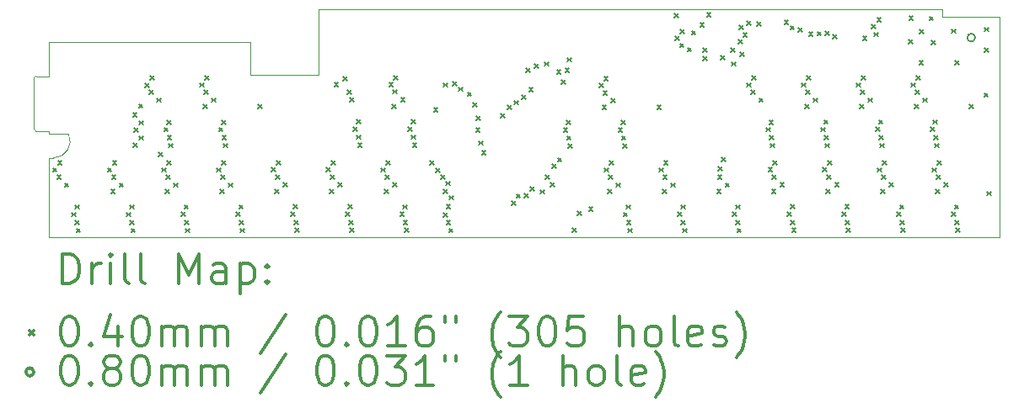
<source format=gbr>
%FSLAX45Y45*%
G04 Gerber Fmt 4.5, Leading zero omitted, Abs format (unit mm)*
G04 Created by KiCad (PCBNEW 5.1.4-e60b266~84~ubuntu16.04.1) date 2019-10-21 03:29:50*
%MOMM*%
%LPD*%
G04 APERTURE LIST*
%ADD10C,0.010000*%
%ADD11C,0.200000*%
%ADD12C,0.300000*%
G04 APERTURE END LIST*
D10*
X16239744Y-9862820D02*
X16239744Y-9784588D01*
X15860776Y-9784588D02*
X16239744Y-9784588D01*
X13510006Y-9784588D02*
X15860716Y-9784588D01*
X16814292Y-9862836D02*
X16239744Y-9862836D01*
X7262876Y-10117836D02*
X9284551Y-10117836D01*
X7262876Y-11041380D02*
X7262876Y-11010742D01*
X7461511Y-11040364D02*
X7262876Y-11041380D01*
X7308850Y-11280140D02*
X7262876Y-11280394D01*
X7461593Y-11040437D02*
G75*
G02X7308850Y-11280140I-153759J-70539D01*
G01*
X9284551Y-10117836D02*
X9284551Y-10440670D01*
X9973148Y-10440924D02*
X9284462Y-10440670D01*
X16814292Y-12077954D02*
X16814292Y-9862836D01*
X11681460Y-12077954D02*
X16814292Y-12077954D01*
X7262876Y-10440924D02*
X7262876Y-10117836D01*
X7132548Y-10460365D02*
G75*
G03X7112508Y-10480405I0J-20040D01*
G01*
X7112574Y-10989637D02*
G75*
G03X7131558Y-11010653I20000J-1016D01*
G01*
X7262876Y-10440924D02*
X7262876Y-10460482D01*
X9973148Y-9784588D02*
X9973148Y-10440924D01*
X13510168Y-9784588D02*
X9973148Y-9784588D01*
X7262876Y-12077954D02*
X11681460Y-12077954D01*
X7262876Y-11280394D02*
X7262876Y-12077954D01*
X7131558Y-11010742D02*
X7262876Y-11010742D01*
X7112508Y-10480294D02*
X7112508Y-10989564D01*
X7262876Y-10460468D02*
X7132574Y-10460228D01*
D11*
X7302820Y-11382314D02*
X7342820Y-11422314D01*
X7342820Y-11382314D02*
X7302820Y-11422314D01*
X7344476Y-11455212D02*
X7384476Y-11495212D01*
X7384476Y-11455212D02*
X7344476Y-11495212D01*
X7352716Y-11311844D02*
X7392716Y-11351844D01*
X7392716Y-11311844D02*
X7352716Y-11351844D01*
X7421692Y-11534206D02*
X7461692Y-11574206D01*
X7461692Y-11534206D02*
X7421692Y-11574206D01*
X7494844Y-11829862D02*
X7534844Y-11869862D01*
X7534844Y-11829862D02*
X7494844Y-11869862D01*
X7525324Y-11754932D02*
X7565324Y-11794932D01*
X7565324Y-11754932D02*
X7525324Y-11794932D01*
X7528681Y-11910435D02*
X7568681Y-11950435D01*
X7568681Y-11910435D02*
X7528681Y-11950435D01*
X7539802Y-11991406D02*
X7579802Y-12031406D01*
X7579802Y-11991406D02*
X7539802Y-12031406D01*
X7852476Y-11382060D02*
X7892476Y-11422060D01*
X7892476Y-11382060D02*
X7852476Y-11422060D01*
X7885750Y-11599484D02*
X7925750Y-11639484D01*
X7925750Y-11599484D02*
X7885750Y-11639484D01*
X7894132Y-11454958D02*
X7934132Y-11494958D01*
X7934132Y-11454958D02*
X7894132Y-11494958D01*
X7902372Y-11311590D02*
X7942372Y-11351590D01*
X7942372Y-11311590D02*
X7902372Y-11351590D01*
X7971348Y-11533952D02*
X8011348Y-11573952D01*
X8011348Y-11533952D02*
X7971348Y-11573952D01*
X8044500Y-11829608D02*
X8084500Y-11869608D01*
X8084500Y-11829608D02*
X8044500Y-11869608D01*
X8074980Y-11754678D02*
X8114980Y-11794678D01*
X8114980Y-11754678D02*
X8074980Y-11794678D01*
X8078337Y-11910181D02*
X8118337Y-11950181D01*
X8118337Y-11910181D02*
X8078337Y-11950181D01*
X8089458Y-11991152D02*
X8129458Y-12031152D01*
X8129458Y-11991152D02*
X8089458Y-12031152D01*
X8105714Y-10827324D02*
X8145714Y-10867324D01*
X8145714Y-10827324D02*
X8105714Y-10867324D01*
X8113334Y-11134410D02*
X8153334Y-11174410D01*
X8153334Y-11134410D02*
X8113334Y-11174410D01*
X8121970Y-10979470D02*
X8161970Y-11019470D01*
X8161970Y-10979470D02*
X8121970Y-11019470D01*
X8166674Y-10737916D02*
X8206674Y-10777916D01*
X8206674Y-10737916D02*
X8166674Y-10777916D01*
X8168706Y-10906572D02*
X8208706Y-10946572D01*
X8208706Y-10906572D02*
X8168706Y-10946572D01*
X8168706Y-11060750D02*
X8208706Y-11100750D01*
X8208706Y-11060750D02*
X8168706Y-11100750D01*
X8228650Y-10527604D02*
X8268650Y-10567604D01*
X8268650Y-10527604D02*
X8228650Y-10567604D01*
X8270306Y-10600502D02*
X8310306Y-10640502D01*
X8310306Y-10600502D02*
X8270306Y-10640502D01*
X8278546Y-10457134D02*
X8318546Y-10497134D01*
X8318546Y-10457134D02*
X8278546Y-10497134D01*
X8347522Y-10679496D02*
X8387522Y-10719496D01*
X8387522Y-10679496D02*
X8347522Y-10719496D01*
X8367588Y-11226612D02*
X8407588Y-11266612D01*
X8407588Y-11226612D02*
X8367588Y-11266612D01*
X8401370Y-11381298D02*
X8441370Y-11421298D01*
X8441370Y-11381298D02*
X8401370Y-11421298D01*
X8420674Y-10975152D02*
X8460674Y-11015152D01*
X8460674Y-10975152D02*
X8420674Y-11015152D01*
X8435406Y-11599230D02*
X8475406Y-11639230D01*
X8475406Y-11599230D02*
X8435406Y-11639230D01*
X8443026Y-11454196D02*
X8483026Y-11494196D01*
X8483026Y-11454196D02*
X8443026Y-11494196D01*
X8451154Y-10900222D02*
X8491154Y-10940222D01*
X8491154Y-10900222D02*
X8451154Y-10940222D01*
X8451266Y-11310828D02*
X8491266Y-11350828D01*
X8491266Y-11310828D02*
X8451266Y-11350828D01*
X8454511Y-11055725D02*
X8494511Y-11095725D01*
X8494511Y-11055725D02*
X8454511Y-11095725D01*
X8465632Y-11136696D02*
X8505632Y-11176696D01*
X8505632Y-11136696D02*
X8465632Y-11176696D01*
X8520242Y-11533190D02*
X8560242Y-11573190D01*
X8560242Y-11533190D02*
X8520242Y-11573190D01*
X8593394Y-11828846D02*
X8633394Y-11868846D01*
X8633394Y-11828846D02*
X8593394Y-11868846D01*
X8623874Y-11753916D02*
X8663874Y-11793916D01*
X8663874Y-11753916D02*
X8623874Y-11793916D01*
X8627231Y-11909419D02*
X8667231Y-11949419D01*
X8667231Y-11909419D02*
X8627231Y-11949419D01*
X8638352Y-11990390D02*
X8678352Y-12030390D01*
X8678352Y-11990390D02*
X8638352Y-12030390D01*
X8778306Y-10527350D02*
X8818306Y-10567350D01*
X8818306Y-10527350D02*
X8778306Y-10567350D01*
X8811580Y-10744774D02*
X8851580Y-10784774D01*
X8851580Y-10744774D02*
X8811580Y-10784774D01*
X8819962Y-10600248D02*
X8859962Y-10640248D01*
X8859962Y-10600248D02*
X8819962Y-10640248D01*
X8828202Y-10456880D02*
X8868202Y-10496880D01*
X8868202Y-10456880D02*
X8828202Y-10496880D01*
X8897178Y-10679242D02*
X8937178Y-10719242D01*
X8937178Y-10679242D02*
X8897178Y-10719242D01*
X8951026Y-11381044D02*
X8991026Y-11421044D01*
X8991026Y-11381044D02*
X8951026Y-11421044D01*
X8970330Y-10974898D02*
X9010330Y-11014898D01*
X9010330Y-10974898D02*
X8970330Y-11014898D01*
X8984300Y-11598468D02*
X9024300Y-11638468D01*
X9024300Y-11598468D02*
X8984300Y-11638468D01*
X8992682Y-11453942D02*
X9032682Y-11493942D01*
X9032682Y-11453942D02*
X8992682Y-11493942D01*
X9000810Y-10899968D02*
X9040810Y-10939968D01*
X9040810Y-10899968D02*
X9000810Y-10939968D01*
X9000922Y-11310574D02*
X9040922Y-11350574D01*
X9040922Y-11310574D02*
X9000922Y-11350574D01*
X9004167Y-11055471D02*
X9044167Y-11095471D01*
X9044167Y-11055471D02*
X9004167Y-11095471D01*
X9015288Y-11136442D02*
X9055288Y-11176442D01*
X9055288Y-11136442D02*
X9015288Y-11176442D01*
X9069898Y-11532936D02*
X9109898Y-11572936D01*
X9109898Y-11532936D02*
X9069898Y-11572936D01*
X9143050Y-11828592D02*
X9183050Y-11868592D01*
X9183050Y-11828592D02*
X9143050Y-11868592D01*
X9173530Y-11753662D02*
X9213530Y-11793662D01*
X9213530Y-11753662D02*
X9173530Y-11793662D01*
X9176887Y-11909165D02*
X9216887Y-11949165D01*
X9216887Y-11909165D02*
X9176887Y-11949165D01*
X9188008Y-11990136D02*
X9228008Y-12030136D01*
X9228008Y-11990136D02*
X9188008Y-12030136D01*
X9361236Y-10744520D02*
X9401236Y-10784520D01*
X9401236Y-10744520D02*
X9361236Y-10784520D01*
X9499920Y-11380028D02*
X9539920Y-11420028D01*
X9539920Y-11380028D02*
X9499920Y-11420028D01*
X9533956Y-11598214D02*
X9573956Y-11638214D01*
X9573956Y-11598214D02*
X9533956Y-11638214D01*
X9541576Y-11452926D02*
X9581576Y-11492926D01*
X9581576Y-11452926D02*
X9541576Y-11492926D01*
X9549816Y-11309558D02*
X9589816Y-11349558D01*
X9589816Y-11309558D02*
X9549816Y-11349558D01*
X9618792Y-11531920D02*
X9658792Y-11571920D01*
X9658792Y-11531920D02*
X9618792Y-11571920D01*
X9691944Y-11827576D02*
X9731944Y-11867576D01*
X9731944Y-11827576D02*
X9691944Y-11867576D01*
X9722424Y-11752646D02*
X9762424Y-11792646D01*
X9762424Y-11752646D02*
X9722424Y-11792646D01*
X9725781Y-11908149D02*
X9765781Y-11948149D01*
X9765781Y-11908149D02*
X9725781Y-11948149D01*
X9736902Y-11989120D02*
X9776902Y-12029120D01*
X9776902Y-11989120D02*
X9736902Y-12029120D01*
X10049576Y-11379774D02*
X10089576Y-11419774D01*
X10089576Y-11379774D02*
X10049576Y-11419774D01*
X10082850Y-11597198D02*
X10122850Y-11637198D01*
X10122850Y-11597198D02*
X10082850Y-11637198D01*
X10091232Y-11452672D02*
X10131232Y-11492672D01*
X10131232Y-11452672D02*
X10091232Y-11492672D01*
X10099472Y-11309304D02*
X10139472Y-11349304D01*
X10139472Y-11309304D02*
X10099472Y-11349304D01*
X10129840Y-10522270D02*
X10169840Y-10562270D01*
X10169840Y-10522270D02*
X10129840Y-10562270D01*
X10168448Y-11531666D02*
X10208448Y-11571666D01*
X10208448Y-11531666D02*
X10168448Y-11571666D01*
X10216200Y-10460040D02*
X10256200Y-10500040D01*
X10256200Y-10460040D02*
X10216200Y-10500040D01*
X10241600Y-11827322D02*
X10281600Y-11867322D01*
X10281600Y-11827322D02*
X10241600Y-11867322D01*
X10260142Y-10595930D02*
X10300142Y-10635930D01*
X10300142Y-10595930D02*
X10260142Y-10635930D01*
X10272080Y-11752392D02*
X10312080Y-11792392D01*
X10312080Y-11752392D02*
X10272080Y-11792392D01*
X10275437Y-11907895D02*
X10315437Y-11947895D01*
X10315437Y-11907895D02*
X10275437Y-11947895D01*
X10286558Y-11988866D02*
X10326558Y-12028866D01*
X10326558Y-11988866D02*
X10286558Y-12028866D01*
X10289860Y-10672892D02*
X10329860Y-10712892D01*
X10329860Y-10672892D02*
X10289860Y-10712892D01*
X10321864Y-10969818D02*
X10361864Y-11009818D01*
X10361864Y-10969818D02*
X10321864Y-11009818D01*
X10352344Y-10894888D02*
X10392344Y-10934888D01*
X10392344Y-10894888D02*
X10352344Y-10934888D01*
X10355701Y-11050391D02*
X10395701Y-11090391D01*
X10395701Y-11050391D02*
X10355701Y-11090391D01*
X10366822Y-11131362D02*
X10406822Y-11171362D01*
X10406822Y-11131362D02*
X10366822Y-11171362D01*
X10599486Y-11380536D02*
X10639486Y-11420536D01*
X10639486Y-11380536D02*
X10599486Y-11420536D01*
X10632506Y-11596944D02*
X10672506Y-11636944D01*
X10672506Y-11596944D02*
X10632506Y-11636944D01*
X10641142Y-11453434D02*
X10681142Y-11493434D01*
X10681142Y-11453434D02*
X10641142Y-11493434D01*
X10649382Y-11310066D02*
X10689382Y-11350066D01*
X10689382Y-11310066D02*
X10649382Y-11350066D01*
X10679496Y-10522016D02*
X10719496Y-10562016D01*
X10719496Y-10522016D02*
X10679496Y-10562016D01*
X10712770Y-10739440D02*
X10752770Y-10779440D01*
X10752770Y-10739440D02*
X10712770Y-10779440D01*
X10718358Y-11532428D02*
X10758358Y-11572428D01*
X10758358Y-11532428D02*
X10718358Y-11572428D01*
X10721152Y-10594914D02*
X10761152Y-10634914D01*
X10761152Y-10594914D02*
X10721152Y-10634914D01*
X10729392Y-10451546D02*
X10769392Y-10491546D01*
X10769392Y-10451546D02*
X10729392Y-10491546D01*
X10791510Y-11828084D02*
X10831510Y-11868084D01*
X10831510Y-11828084D02*
X10791510Y-11868084D01*
X10798368Y-10673908D02*
X10838368Y-10713908D01*
X10838368Y-10673908D02*
X10798368Y-10713908D01*
X10821990Y-11753154D02*
X10861990Y-11793154D01*
X10861990Y-11753154D02*
X10821990Y-11793154D01*
X10825347Y-11908657D02*
X10865347Y-11948657D01*
X10865347Y-11908657D02*
X10825347Y-11948657D01*
X10836468Y-11989628D02*
X10876468Y-12029628D01*
X10876468Y-11989628D02*
X10836468Y-12029628D01*
X10871520Y-10969564D02*
X10911520Y-11009564D01*
X10911520Y-10969564D02*
X10871520Y-11009564D01*
X10902000Y-10894634D02*
X10942000Y-10934634D01*
X10942000Y-10894634D02*
X10902000Y-10934634D01*
X10905357Y-11050137D02*
X10945357Y-11090137D01*
X10945357Y-11050137D02*
X10905357Y-11090137D01*
X10916478Y-11131108D02*
X10956478Y-11171108D01*
X10956478Y-11131108D02*
X10916478Y-11171108D01*
X11089452Y-11311956D02*
X11129452Y-11351956D01*
X11129452Y-11311956D02*
X11089452Y-11351956D01*
X11129838Y-10778810D02*
X11169838Y-10818810D01*
X11169838Y-10778810D02*
X11129838Y-10818810D01*
X11150412Y-11384346D02*
X11190412Y-11424346D01*
X11190412Y-11384346D02*
X11150412Y-11424346D01*
X11199180Y-11452926D02*
X11239180Y-11492926D01*
X11239180Y-11452926D02*
X11199180Y-11492926D01*
X11225342Y-11831386D02*
X11265342Y-11871386D01*
X11265342Y-11831386D02*
X11225342Y-11871386D01*
X11227628Y-10526842D02*
X11267628Y-10566842D01*
X11267628Y-10526842D02*
X11227628Y-10566842D01*
X11228898Y-11599738D02*
X11268898Y-11639738D01*
X11268898Y-11599738D02*
X11228898Y-11639738D01*
X11249726Y-11517696D02*
X11289726Y-11557696D01*
X11289726Y-11517696D02*
X11249726Y-11557696D01*
X11255568Y-11909618D02*
X11295568Y-11949618D01*
X11295568Y-11909618D02*
X11255568Y-11949618D01*
X11256330Y-11751376D02*
X11296330Y-11791376D01*
X11296330Y-11751376D02*
X11256330Y-11791376D01*
X11280968Y-11990136D02*
X11320968Y-12030136D01*
X11320968Y-11990136D02*
X11280968Y-12030136D01*
X11284778Y-11660952D02*
X11324778Y-11700952D01*
X11324778Y-11660952D02*
X11284778Y-11700952D01*
X11317290Y-10511856D02*
X11357290Y-10551856D01*
X11357290Y-10511856D02*
X11317290Y-10551856D01*
X11377488Y-10569514D02*
X11417488Y-10609514D01*
X11417488Y-10569514D02*
X11377488Y-10609514D01*
X11467658Y-10618790D02*
X11507658Y-10658790D01*
X11507658Y-10618790D02*
X11467658Y-10658790D01*
X11520236Y-10722422D02*
X11560236Y-10762422D01*
X11560236Y-10722422D02*
X11520236Y-10762422D01*
X11553510Y-10976422D02*
X11593510Y-11016422D01*
X11593510Y-10976422D02*
X11553510Y-11016422D01*
X11558336Y-10860344D02*
X11598336Y-10900344D01*
X11598336Y-10860344D02*
X11558336Y-10900344D01*
X11580688Y-11111042D02*
X11620688Y-11151042D01*
X11620688Y-11111042D02*
X11580688Y-11151042D01*
X11612946Y-11210356D02*
X11652946Y-11250356D01*
X11652946Y-11210356D02*
X11612946Y-11250356D01*
X11801160Y-10834182D02*
X11841160Y-10874182D01*
X11841160Y-10834182D02*
X11801160Y-10874182D01*
X11869994Y-10752902D02*
X11909994Y-10792902D01*
X11909994Y-10752902D02*
X11869994Y-10792902D01*
X11909872Y-11716324D02*
X11949872Y-11756324D01*
X11949872Y-11716324D02*
X11909872Y-11756324D01*
X11937558Y-10704134D02*
X11977558Y-10744134D01*
X11977558Y-10704134D02*
X11937558Y-10744134D01*
X11958132Y-11643172D02*
X11998132Y-11683172D01*
X11998132Y-11643172D02*
X11958132Y-11683172D01*
X12014520Y-10649270D02*
X12054520Y-10689270D01*
X12054520Y-10649270D02*
X12014520Y-10689270D01*
X12039412Y-11640378D02*
X12079412Y-11680378D01*
X12079412Y-11640378D02*
X12039412Y-11680378D01*
X12056684Y-10379776D02*
X12096684Y-10419776D01*
X12096684Y-10379776D02*
X12056684Y-10419776D01*
X12084878Y-10571038D02*
X12124878Y-10611038D01*
X12124878Y-10571038D02*
X12084878Y-10611038D01*
X12101388Y-11570274D02*
X12141388Y-11610274D01*
X12141388Y-11570274D02*
X12101388Y-11610274D01*
X12139488Y-10337612D02*
X12179488Y-10377612D01*
X12179488Y-10337612D02*
X12139488Y-10377612D01*
X12199940Y-11602278D02*
X12239940Y-11642278D01*
X12239940Y-11602278D02*
X12199940Y-11642278D01*
X12241342Y-10313736D02*
X12281342Y-10353736D01*
X12281342Y-10313736D02*
X12241342Y-10353736D01*
X12250740Y-11454704D02*
X12290740Y-11494704D01*
X12290740Y-11454704D02*
X12250740Y-11494704D01*
X12304080Y-11527348D02*
X12344080Y-11567348D01*
X12344080Y-11527348D02*
X12304080Y-11567348D01*
X12321606Y-11343960D02*
X12361606Y-11383960D01*
X12361606Y-11343960D02*
X12321606Y-11383960D01*
X12365548Y-10395270D02*
X12405548Y-10435270D01*
X12405548Y-10395270D02*
X12365548Y-10435270D01*
X12365548Y-10395270D02*
X12405548Y-10435270D01*
X12405548Y-10395270D02*
X12365548Y-10435270D01*
X12373422Y-11278682D02*
X12413422Y-11318682D01*
X12413422Y-11278682D02*
X12373422Y-11318682D01*
X12409490Y-10498902D02*
X12449490Y-10538902D01*
X12449490Y-10498902D02*
X12409490Y-10538902D01*
X12409490Y-10498902D02*
X12449490Y-10538902D01*
X12449490Y-10498902D02*
X12409490Y-10538902D01*
X12432858Y-10978708D02*
X12472858Y-11018708D01*
X12472858Y-10978708D02*
X12432858Y-11018708D01*
X12450892Y-10376982D02*
X12490892Y-10416982D01*
X12490892Y-10376982D02*
X12450892Y-10416982D01*
X12463338Y-10903778D02*
X12503338Y-10943778D01*
X12503338Y-10903778D02*
X12463338Y-10943778D01*
X12466695Y-11059281D02*
X12506695Y-11099281D01*
X12506695Y-11059281D02*
X12466695Y-11099281D01*
X12470450Y-10271572D02*
X12510450Y-10311572D01*
X12510450Y-10271572D02*
X12470450Y-10311572D01*
X12477816Y-11140252D02*
X12517816Y-11180252D01*
X12517816Y-11140252D02*
X12477816Y-11180252D01*
X12519726Y-11989120D02*
X12559726Y-12029120D01*
X12559726Y-11989120D02*
X12519726Y-12029120D01*
X12574590Y-11819956D02*
X12614590Y-11859956D01*
X12614590Y-11819956D02*
X12574590Y-11859956D01*
X12688128Y-11775252D02*
X12728128Y-11815252D01*
X12728128Y-11775252D02*
X12688128Y-11815252D01*
X12790490Y-10530906D02*
X12830490Y-10570906D01*
X12830490Y-10530906D02*
X12790490Y-10570906D01*
X12823764Y-10748330D02*
X12863764Y-10788330D01*
X12863764Y-10748330D02*
X12823764Y-10788330D01*
X12832146Y-10603804D02*
X12872146Y-10643804D01*
X12872146Y-10603804D02*
X12832146Y-10643804D01*
X12840386Y-10460436D02*
X12880386Y-10500436D01*
X12880386Y-10460436D02*
X12840386Y-10500436D01*
X12842306Y-11382060D02*
X12882306Y-11422060D01*
X12882306Y-11382060D02*
X12842306Y-11422060D01*
X12875580Y-11599484D02*
X12915580Y-11639484D01*
X12915580Y-11599484D02*
X12875580Y-11639484D01*
X12883962Y-11454958D02*
X12923962Y-11494958D01*
X12923962Y-11454958D02*
X12883962Y-11494958D01*
X12892202Y-11311590D02*
X12932202Y-11351590D01*
X12932202Y-11311590D02*
X12892202Y-11351590D01*
X12909362Y-10682798D02*
X12949362Y-10722798D01*
X12949362Y-10682798D02*
X12909362Y-10722798D01*
X12961178Y-11533952D02*
X13001178Y-11573952D01*
X13001178Y-11533952D02*
X12961178Y-11573952D01*
X12982514Y-10978454D02*
X13022514Y-11018454D01*
X13022514Y-10978454D02*
X12982514Y-11018454D01*
X13012994Y-10903524D02*
X13052994Y-10943524D01*
X13052994Y-10903524D02*
X13012994Y-10943524D01*
X13016351Y-11059027D02*
X13056351Y-11099027D01*
X13056351Y-11059027D02*
X13016351Y-11099027D01*
X13027472Y-11139998D02*
X13067472Y-11179998D01*
X13067472Y-11139998D02*
X13027472Y-11179998D01*
X13034330Y-11829608D02*
X13074330Y-11869608D01*
X13074330Y-11829608D02*
X13034330Y-11869608D01*
X13064810Y-11754678D02*
X13104810Y-11794678D01*
X13104810Y-11754678D02*
X13064810Y-11794678D01*
X13068167Y-11910181D02*
X13108167Y-11950181D01*
X13108167Y-11910181D02*
X13068167Y-11950181D01*
X13079288Y-11991152D02*
X13119288Y-12031152D01*
X13119288Y-11991152D02*
X13079288Y-12031152D01*
X13373420Y-10748076D02*
X13413420Y-10788076D01*
X13413420Y-10748076D02*
X13373420Y-10788076D01*
X13391200Y-11381298D02*
X13431200Y-11421298D01*
X13431200Y-11381298D02*
X13391200Y-11421298D01*
X13425236Y-11599230D02*
X13465236Y-11639230D01*
X13465236Y-11599230D02*
X13425236Y-11639230D01*
X13432856Y-11454196D02*
X13472856Y-11494196D01*
X13472856Y-11454196D02*
X13432856Y-11494196D01*
X13441096Y-11310828D02*
X13481096Y-11350828D01*
X13481096Y-11310828D02*
X13441096Y-11350828D01*
X13510072Y-11533190D02*
X13550072Y-11573190D01*
X13550072Y-11533190D02*
X13510072Y-11573190D01*
X13547205Y-9828801D02*
X13587205Y-9868801D01*
X13587205Y-9828801D02*
X13547205Y-9868801D01*
X13553252Y-10059228D02*
X13593252Y-10099228D01*
X13593252Y-10059228D02*
X13553252Y-10099228D01*
X13583224Y-11828846D02*
X13623224Y-11868846D01*
X13623224Y-11828846D02*
X13583224Y-11868846D01*
X13600750Y-10128062D02*
X13640750Y-10168062D01*
X13640750Y-10128062D02*
X13600750Y-10168062D01*
X13606846Y-9988108D02*
X13646846Y-10028108D01*
X13646846Y-9988108D02*
X13606846Y-10028108D01*
X13613704Y-11753916D02*
X13653704Y-11793916D01*
X13653704Y-11753916D02*
X13613704Y-11793916D01*
X13617061Y-11909419D02*
X13657061Y-11949419D01*
X13657061Y-11909419D02*
X13617061Y-11949419D01*
X13628182Y-11990390D02*
X13668182Y-12030390D01*
X13668182Y-11990390D02*
X13628182Y-12030390D01*
X13678474Y-10171242D02*
X13718474Y-10211242D01*
X13718474Y-10171242D02*
X13678474Y-10211242D01*
X13719622Y-10002078D02*
X13759622Y-10042078D01*
X13759622Y-10002078D02*
X13719622Y-10042078D01*
X13804204Y-9922830D02*
X13844204Y-9962830D01*
X13844204Y-9922830D02*
X13804204Y-9962830D01*
X13833668Y-10258110D02*
X13873668Y-10298110D01*
X13873668Y-10258110D02*
X13833668Y-10298110D01*
X13835446Y-10176322D02*
X13875446Y-10216322D01*
X13875446Y-10176322D02*
X13835446Y-10216322D01*
X13871514Y-9818182D02*
X13911514Y-9858182D01*
X13911514Y-9818182D02*
X13871514Y-9858182D01*
X13974130Y-11598468D02*
X14014130Y-11638468D01*
X14014130Y-11598468D02*
X13974130Y-11638468D01*
X13982512Y-11453942D02*
X14022512Y-11493942D01*
X14022512Y-11453942D02*
X13982512Y-11493942D01*
X13986068Y-11369614D02*
X14026068Y-11409614D01*
X14026068Y-11369614D02*
X13986068Y-11409614D01*
X14009436Y-10250744D02*
X14049436Y-10290744D01*
X14049436Y-10250744D02*
X14009436Y-10290744D01*
X14022390Y-11276396D02*
X14062390Y-11316396D01*
X14062390Y-11276396D02*
X14022390Y-11316396D01*
X14059728Y-11532936D02*
X14099728Y-11572936D01*
X14099728Y-11532936D02*
X14059728Y-11572936D01*
X14115862Y-10177846D02*
X14155862Y-10217846D01*
X14155862Y-10177846D02*
X14115862Y-10217846D01*
X14122974Y-10314752D02*
X14162974Y-10354752D01*
X14162974Y-10314752D02*
X14122974Y-10354752D01*
X14132880Y-11828592D02*
X14172880Y-11868592D01*
X14172880Y-11828592D02*
X14132880Y-11868592D01*
X14163360Y-11753662D02*
X14203360Y-11793662D01*
X14203360Y-11753662D02*
X14163360Y-11793662D01*
X14166717Y-11909165D02*
X14206717Y-11949165D01*
X14206717Y-11909165D02*
X14166717Y-11949165D01*
X14177838Y-11990136D02*
X14217838Y-12030136D01*
X14217838Y-11990136D02*
X14177838Y-12030136D01*
X14188760Y-10088184D02*
X14228760Y-10128184D01*
X14228760Y-10088184D02*
X14188760Y-10128184D01*
X14201206Y-9947468D02*
X14241206Y-9987468D01*
X14241206Y-9947468D02*
X14201206Y-9987468D01*
X14208318Y-10214422D02*
X14248318Y-10254422D01*
X14248318Y-10214422D02*
X14208318Y-10254422D01*
X14235750Y-10020620D02*
X14275750Y-10060620D01*
X14275750Y-10020620D02*
X14235750Y-10060620D01*
X14274866Y-9903018D02*
X14314866Y-9943018D01*
X14314866Y-9903018D02*
X14274866Y-9943018D01*
X14277660Y-10527350D02*
X14317660Y-10567350D01*
X14317660Y-10527350D02*
X14277660Y-10567350D01*
X14319316Y-10600248D02*
X14359316Y-10640248D01*
X14359316Y-10600248D02*
X14319316Y-10640248D01*
X14327556Y-10456880D02*
X14367556Y-10496880D01*
X14367556Y-10456880D02*
X14327556Y-10496880D01*
X14373926Y-9911908D02*
X14413926Y-9951908D01*
X14413926Y-9911908D02*
X14373926Y-9951908D01*
X14396532Y-10679242D02*
X14436532Y-10719242D01*
X14436532Y-10679242D02*
X14396532Y-10719242D01*
X14469684Y-10974898D02*
X14509684Y-11014898D01*
X14509684Y-10974898D02*
X14469684Y-11014898D01*
X14489750Y-11380028D02*
X14529750Y-11420028D01*
X14529750Y-11380028D02*
X14489750Y-11420028D01*
X14500164Y-10899968D02*
X14540164Y-10939968D01*
X14540164Y-10899968D02*
X14500164Y-10939968D01*
X14503521Y-11055471D02*
X14543521Y-11095471D01*
X14543521Y-11055471D02*
X14503521Y-11095471D01*
X14514642Y-11136442D02*
X14554642Y-11176442D01*
X14554642Y-11136442D02*
X14514642Y-11176442D01*
X14523786Y-11598214D02*
X14563786Y-11638214D01*
X14563786Y-11598214D02*
X14523786Y-11638214D01*
X14531406Y-11452926D02*
X14571406Y-11492926D01*
X14571406Y-11452926D02*
X14531406Y-11492926D01*
X14539646Y-11309558D02*
X14579646Y-11349558D01*
X14579646Y-11309558D02*
X14539646Y-11349558D01*
X14608622Y-11531920D02*
X14648622Y-11571920D01*
X14648622Y-11531920D02*
X14608622Y-11571920D01*
X14652310Y-9895652D02*
X14692310Y-9935652D01*
X14692310Y-9895652D02*
X14652310Y-9935652D01*
X14681774Y-11827576D02*
X14721774Y-11867576D01*
X14721774Y-11827576D02*
X14681774Y-11867576D01*
X14711746Y-9951278D02*
X14751746Y-9991278D01*
X14751746Y-9951278D02*
X14711746Y-9991278D01*
X14712254Y-11752646D02*
X14752254Y-11792646D01*
X14752254Y-11752646D02*
X14712254Y-11792646D01*
X14715611Y-11908149D02*
X14755611Y-11948149D01*
X14755611Y-11908149D02*
X14715611Y-11948149D01*
X14726732Y-11989120D02*
X14766732Y-12029120D01*
X14766732Y-11989120D02*
X14726732Y-12029120D01*
X14789470Y-9970328D02*
X14829470Y-10010328D01*
X14829470Y-9970328D02*
X14789470Y-10010328D01*
X14827316Y-10527096D02*
X14867316Y-10567096D01*
X14867316Y-10527096D02*
X14827316Y-10567096D01*
X14860590Y-10744520D02*
X14900590Y-10784520D01*
X14900590Y-10744520D02*
X14860590Y-10784520D01*
X14868972Y-10599994D02*
X14908972Y-10639994D01*
X14908972Y-10599994D02*
X14868972Y-10639994D01*
X14877212Y-10456626D02*
X14917212Y-10496626D01*
X14917212Y-10456626D02*
X14877212Y-10496626D01*
X14896912Y-10013508D02*
X14936912Y-10053508D01*
X14936912Y-10013508D02*
X14896912Y-10053508D01*
X14946188Y-10678988D02*
X14986188Y-10718988D01*
X14986188Y-10678988D02*
X14946188Y-10718988D01*
X14982002Y-10010206D02*
X15022002Y-10050206D01*
X15022002Y-10010206D02*
X14982002Y-10050206D01*
X15019340Y-10974644D02*
X15059340Y-11014644D01*
X15059340Y-10974644D02*
X15019340Y-11014644D01*
X15039406Y-11379774D02*
X15079406Y-11419774D01*
X15079406Y-11379774D02*
X15039406Y-11419774D01*
X15049820Y-10899714D02*
X15089820Y-10939714D01*
X15089820Y-10899714D02*
X15049820Y-10939714D01*
X15053177Y-11055217D02*
X15093177Y-11095217D01*
X15093177Y-11055217D02*
X15053177Y-11095217D01*
X15063282Y-10003348D02*
X15103282Y-10043348D01*
X15103282Y-10003348D02*
X15063282Y-10043348D01*
X15064298Y-11136188D02*
X15104298Y-11176188D01*
X15104298Y-11136188D02*
X15064298Y-11176188D01*
X15072680Y-11597198D02*
X15112680Y-11637198D01*
X15112680Y-11597198D02*
X15072680Y-11637198D01*
X15081062Y-11452672D02*
X15121062Y-11492672D01*
X15121062Y-11452672D02*
X15081062Y-11492672D01*
X15089302Y-11309304D02*
X15129302Y-11349304D01*
X15129302Y-11309304D02*
X15089302Y-11349304D01*
X15138974Y-10037638D02*
X15178974Y-10077638D01*
X15178974Y-10037638D02*
X15138974Y-10077638D01*
X15158278Y-11531666D02*
X15198278Y-11571666D01*
X15198278Y-11531666D02*
X15158278Y-11571666D01*
X15231430Y-11827322D02*
X15271430Y-11867322D01*
X15271430Y-11827322D02*
X15231430Y-11867322D01*
X15261910Y-11752392D02*
X15301910Y-11792392D01*
X15301910Y-11752392D02*
X15261910Y-11792392D01*
X15265267Y-11907895D02*
X15305267Y-11947895D01*
X15305267Y-11907895D02*
X15265267Y-11947895D01*
X15276388Y-11988866D02*
X15316388Y-12028866D01*
X15316388Y-11988866D02*
X15276388Y-12028866D01*
X15376210Y-10526080D02*
X15416210Y-10566080D01*
X15416210Y-10526080D02*
X15376210Y-10566080D01*
X15410246Y-10744266D02*
X15450246Y-10784266D01*
X15450246Y-10744266D02*
X15410246Y-10784266D01*
X15417866Y-10598978D02*
X15457866Y-10638978D01*
X15457866Y-10598978D02*
X15417866Y-10638978D01*
X15426106Y-10455610D02*
X15466106Y-10495610D01*
X15466106Y-10455610D02*
X15426106Y-10495610D01*
X15438694Y-10056688D02*
X15478694Y-10096688D01*
X15478694Y-10056688D02*
X15438694Y-10096688D01*
X15495082Y-10677972D02*
X15535082Y-10717972D01*
X15535082Y-10677972D02*
X15495082Y-10717972D01*
X15530134Y-9936800D02*
X15570134Y-9976800D01*
X15570134Y-9936800D02*
X15530134Y-9976800D01*
X15550454Y-10018080D02*
X15590454Y-10058080D01*
X15590454Y-10018080D02*
X15550454Y-10058080D01*
X15568234Y-10973628D02*
X15608234Y-11013628D01*
X15608234Y-10973628D02*
X15568234Y-11013628D01*
X15582966Y-9867712D02*
X15622966Y-9907712D01*
X15622966Y-9867712D02*
X15582966Y-9907712D01*
X15589316Y-11380536D02*
X15629316Y-11420536D01*
X15629316Y-11380536D02*
X15589316Y-11420536D01*
X15598714Y-10898698D02*
X15638714Y-10938698D01*
X15638714Y-10898698D02*
X15598714Y-10938698D01*
X15602071Y-11054201D02*
X15642071Y-11094201D01*
X15642071Y-11054201D02*
X15602071Y-11094201D01*
X15613192Y-11135172D02*
X15653192Y-11175172D01*
X15653192Y-11135172D02*
X15613192Y-11175172D01*
X15622336Y-11596944D02*
X15662336Y-11636944D01*
X15662336Y-11596944D02*
X15622336Y-11636944D01*
X15630972Y-11453434D02*
X15670972Y-11493434D01*
X15670972Y-11453434D02*
X15630972Y-11493434D01*
X15639212Y-11310066D02*
X15679212Y-11350066D01*
X15679212Y-11310066D02*
X15639212Y-11350066D01*
X15708188Y-11532428D02*
X15748188Y-11572428D01*
X15748188Y-11532428D02*
X15708188Y-11572428D01*
X15781340Y-11828084D02*
X15821340Y-11868084D01*
X15821340Y-11828084D02*
X15781340Y-11868084D01*
X15811820Y-11753154D02*
X15851820Y-11793154D01*
X15851820Y-11753154D02*
X15811820Y-11793154D01*
X15815177Y-11908657D02*
X15855177Y-11948657D01*
X15855177Y-11908657D02*
X15815177Y-11948657D01*
X15826298Y-11989628D02*
X15866298Y-12029628D01*
X15866298Y-11989628D02*
X15826298Y-12029628D01*
X15897418Y-10088946D02*
X15937418Y-10128946D01*
X15937418Y-10088946D02*
X15897418Y-10128946D01*
X15905546Y-9855520D02*
X15945546Y-9895520D01*
X15945546Y-9855520D02*
X15905546Y-9895520D01*
X15925866Y-10525826D02*
X15965866Y-10565826D01*
X15965866Y-10525826D02*
X15925866Y-10565826D01*
X15959140Y-10743250D02*
X15999140Y-10783250D01*
X15999140Y-10743250D02*
X15959140Y-10783250D01*
X15967522Y-10598724D02*
X16007522Y-10638724D01*
X16007522Y-10598724D02*
X15967522Y-10638724D01*
X15975762Y-10455356D02*
X16015762Y-10495356D01*
X16015762Y-10455356D02*
X15975762Y-10495356D01*
X16005114Y-10299766D02*
X16045114Y-10339766D01*
X16045114Y-10299766D02*
X16005114Y-10339766D01*
X16009178Y-9985568D02*
X16049178Y-10025568D01*
X16049178Y-9985568D02*
X16009178Y-10025568D01*
X16044738Y-10677718D02*
X16084738Y-10717718D01*
X16084738Y-10677718D02*
X16044738Y-10717718D01*
X16108492Y-9857552D02*
X16148492Y-9897552D01*
X16148492Y-9857552D02*
X16108492Y-9897552D01*
X16117890Y-10973374D02*
X16157890Y-11013374D01*
X16157890Y-10973374D02*
X16117890Y-11013374D01*
X16126780Y-10097074D02*
X16166780Y-10137074D01*
X16166780Y-10097074D02*
X16126780Y-10137074D01*
X16138972Y-11380282D02*
X16178972Y-11420282D01*
X16178972Y-11380282D02*
X16138972Y-11420282D01*
X16148370Y-10898444D02*
X16188370Y-10938444D01*
X16188370Y-10898444D02*
X16148370Y-10938444D01*
X16151727Y-11053947D02*
X16191727Y-11093947D01*
X16191727Y-11053947D02*
X16151727Y-11093947D01*
X16162848Y-11134918D02*
X16202848Y-11174918D01*
X16202848Y-11134918D02*
X16162848Y-11174918D01*
X16172246Y-11597706D02*
X16212246Y-11637706D01*
X16212246Y-11597706D02*
X16172246Y-11637706D01*
X16180628Y-11453180D02*
X16220628Y-11493180D01*
X16220628Y-11453180D02*
X16180628Y-11493180D01*
X16188868Y-11309812D02*
X16228868Y-11349812D01*
X16228868Y-11309812D02*
X16188868Y-11349812D01*
X16257844Y-11532174D02*
X16297844Y-11572174D01*
X16297844Y-11532174D02*
X16257844Y-11572174D01*
X16329472Y-9984552D02*
X16369472Y-10024552D01*
X16369472Y-9984552D02*
X16329472Y-10024552D01*
X16330996Y-11827830D02*
X16370996Y-11867830D01*
X16370996Y-11827830D02*
X16330996Y-11867830D01*
X16361476Y-11752900D02*
X16401476Y-11792900D01*
X16401476Y-11752900D02*
X16361476Y-11792900D01*
X16364833Y-11908403D02*
X16404833Y-11948403D01*
X16404833Y-11908403D02*
X16364833Y-11948403D01*
X16368842Y-10300782D02*
X16408842Y-10340782D01*
X16408842Y-10300782D02*
X16368842Y-10340782D01*
X16375954Y-11989374D02*
X16415954Y-12029374D01*
X16415954Y-11989374D02*
X16375954Y-12029374D01*
X16508796Y-10742996D02*
X16548796Y-10782996D01*
X16548796Y-10742996D02*
X16508796Y-10782996D01*
X16657386Y-10628442D02*
X16697386Y-10668442D01*
X16697386Y-10628442D02*
X16657386Y-10668442D01*
X16663482Y-9968550D02*
X16703482Y-10008550D01*
X16703482Y-9968550D02*
X16663482Y-10008550D01*
X16663482Y-10174036D02*
X16703482Y-10214036D01*
X16703482Y-10174036D02*
X16663482Y-10214036D01*
X16688120Y-11619042D02*
X16728120Y-11659042D01*
X16728120Y-11619042D02*
X16688120Y-11659042D01*
X16568796Y-10069068D02*
G75*
G03X16568796Y-10069068I-40000J0D01*
G01*
D12*
X7398436Y-12544168D02*
X7398436Y-12244168D01*
X7469865Y-12244168D01*
X7512722Y-12258454D01*
X7541294Y-12287025D01*
X7555579Y-12315597D01*
X7569865Y-12372740D01*
X7569865Y-12415597D01*
X7555579Y-12472740D01*
X7541294Y-12501311D01*
X7512722Y-12529883D01*
X7469865Y-12544168D01*
X7398436Y-12544168D01*
X7698436Y-12544168D02*
X7698436Y-12344168D01*
X7698436Y-12401311D02*
X7712722Y-12372740D01*
X7727008Y-12358454D01*
X7755579Y-12344168D01*
X7784151Y-12344168D01*
X7884151Y-12544168D02*
X7884151Y-12344168D01*
X7884151Y-12244168D02*
X7869865Y-12258454D01*
X7884151Y-12272740D01*
X7898436Y-12258454D01*
X7884151Y-12244168D01*
X7884151Y-12272740D01*
X8069865Y-12544168D02*
X8041294Y-12529883D01*
X8027008Y-12501311D01*
X8027008Y-12244168D01*
X8227008Y-12544168D02*
X8198436Y-12529883D01*
X8184151Y-12501311D01*
X8184151Y-12244168D01*
X8569865Y-12544168D02*
X8569865Y-12244168D01*
X8669865Y-12458454D01*
X8769865Y-12244168D01*
X8769865Y-12544168D01*
X9041294Y-12544168D02*
X9041294Y-12387025D01*
X9027008Y-12358454D01*
X8998436Y-12344168D01*
X8941294Y-12344168D01*
X8912722Y-12358454D01*
X9041294Y-12529883D02*
X9012722Y-12544168D01*
X8941294Y-12544168D01*
X8912722Y-12529883D01*
X8898436Y-12501311D01*
X8898436Y-12472740D01*
X8912722Y-12444168D01*
X8941294Y-12429883D01*
X9012722Y-12429883D01*
X9041294Y-12415597D01*
X9184151Y-12344168D02*
X9184151Y-12644168D01*
X9184151Y-12358454D02*
X9212722Y-12344168D01*
X9269865Y-12344168D01*
X9298436Y-12358454D01*
X9312722Y-12372740D01*
X9327008Y-12401311D01*
X9327008Y-12487025D01*
X9312722Y-12515597D01*
X9298436Y-12529883D01*
X9269865Y-12544168D01*
X9212722Y-12544168D01*
X9184151Y-12529883D01*
X9455579Y-12515597D02*
X9469865Y-12529883D01*
X9455579Y-12544168D01*
X9441294Y-12529883D01*
X9455579Y-12515597D01*
X9455579Y-12544168D01*
X9455579Y-12358454D02*
X9469865Y-12372740D01*
X9455579Y-12387025D01*
X9441294Y-12372740D01*
X9455579Y-12358454D01*
X9455579Y-12387025D01*
X7072008Y-13018454D02*
X7112008Y-13058454D01*
X7112008Y-13018454D02*
X7072008Y-13058454D01*
X7455579Y-12874168D02*
X7484151Y-12874168D01*
X7512722Y-12888454D01*
X7527008Y-12902740D01*
X7541294Y-12931311D01*
X7555579Y-12988454D01*
X7555579Y-13059883D01*
X7541294Y-13117025D01*
X7527008Y-13145597D01*
X7512722Y-13159883D01*
X7484151Y-13174168D01*
X7455579Y-13174168D01*
X7427008Y-13159883D01*
X7412722Y-13145597D01*
X7398436Y-13117025D01*
X7384151Y-13059883D01*
X7384151Y-12988454D01*
X7398436Y-12931311D01*
X7412722Y-12902740D01*
X7427008Y-12888454D01*
X7455579Y-12874168D01*
X7684151Y-13145597D02*
X7698436Y-13159883D01*
X7684151Y-13174168D01*
X7669865Y-13159883D01*
X7684151Y-13145597D01*
X7684151Y-13174168D01*
X7955579Y-12974168D02*
X7955579Y-13174168D01*
X7884151Y-12859883D02*
X7812722Y-13074168D01*
X7998436Y-13074168D01*
X8169865Y-12874168D02*
X8198436Y-12874168D01*
X8227008Y-12888454D01*
X8241294Y-12902740D01*
X8255579Y-12931311D01*
X8269865Y-12988454D01*
X8269865Y-13059883D01*
X8255579Y-13117025D01*
X8241294Y-13145597D01*
X8227008Y-13159883D01*
X8198436Y-13174168D01*
X8169865Y-13174168D01*
X8141294Y-13159883D01*
X8127008Y-13145597D01*
X8112722Y-13117025D01*
X8098436Y-13059883D01*
X8098436Y-12988454D01*
X8112722Y-12931311D01*
X8127008Y-12902740D01*
X8141294Y-12888454D01*
X8169865Y-12874168D01*
X8398436Y-13174168D02*
X8398436Y-12974168D01*
X8398436Y-13002740D02*
X8412722Y-12988454D01*
X8441294Y-12974168D01*
X8484151Y-12974168D01*
X8512722Y-12988454D01*
X8527008Y-13017025D01*
X8527008Y-13174168D01*
X8527008Y-13017025D02*
X8541294Y-12988454D01*
X8569865Y-12974168D01*
X8612722Y-12974168D01*
X8641294Y-12988454D01*
X8655579Y-13017025D01*
X8655579Y-13174168D01*
X8798436Y-13174168D02*
X8798436Y-12974168D01*
X8798436Y-13002740D02*
X8812722Y-12988454D01*
X8841294Y-12974168D01*
X8884151Y-12974168D01*
X8912722Y-12988454D01*
X8927008Y-13017025D01*
X8927008Y-13174168D01*
X8927008Y-13017025D02*
X8941294Y-12988454D01*
X8969865Y-12974168D01*
X9012722Y-12974168D01*
X9041294Y-12988454D01*
X9055579Y-13017025D01*
X9055579Y-13174168D01*
X9641294Y-12859883D02*
X9384151Y-13245597D01*
X10027008Y-12874168D02*
X10055579Y-12874168D01*
X10084151Y-12888454D01*
X10098436Y-12902740D01*
X10112722Y-12931311D01*
X10127008Y-12988454D01*
X10127008Y-13059883D01*
X10112722Y-13117025D01*
X10098436Y-13145597D01*
X10084151Y-13159883D01*
X10055579Y-13174168D01*
X10027008Y-13174168D01*
X9998436Y-13159883D01*
X9984151Y-13145597D01*
X9969865Y-13117025D01*
X9955579Y-13059883D01*
X9955579Y-12988454D01*
X9969865Y-12931311D01*
X9984151Y-12902740D01*
X9998436Y-12888454D01*
X10027008Y-12874168D01*
X10255579Y-13145597D02*
X10269865Y-13159883D01*
X10255579Y-13174168D01*
X10241294Y-13159883D01*
X10255579Y-13145597D01*
X10255579Y-13174168D01*
X10455579Y-12874168D02*
X10484151Y-12874168D01*
X10512722Y-12888454D01*
X10527008Y-12902740D01*
X10541294Y-12931311D01*
X10555579Y-12988454D01*
X10555579Y-13059883D01*
X10541294Y-13117025D01*
X10527008Y-13145597D01*
X10512722Y-13159883D01*
X10484151Y-13174168D01*
X10455579Y-13174168D01*
X10427008Y-13159883D01*
X10412722Y-13145597D01*
X10398436Y-13117025D01*
X10384151Y-13059883D01*
X10384151Y-12988454D01*
X10398436Y-12931311D01*
X10412722Y-12902740D01*
X10427008Y-12888454D01*
X10455579Y-12874168D01*
X10841294Y-13174168D02*
X10669865Y-13174168D01*
X10755579Y-13174168D02*
X10755579Y-12874168D01*
X10727008Y-12917025D01*
X10698436Y-12945597D01*
X10669865Y-12959883D01*
X11098436Y-12874168D02*
X11041294Y-12874168D01*
X11012722Y-12888454D01*
X10998436Y-12902740D01*
X10969865Y-12945597D01*
X10955579Y-13002740D01*
X10955579Y-13117025D01*
X10969865Y-13145597D01*
X10984151Y-13159883D01*
X11012722Y-13174168D01*
X11069865Y-13174168D01*
X11098436Y-13159883D01*
X11112722Y-13145597D01*
X11127008Y-13117025D01*
X11127008Y-13045597D01*
X11112722Y-13017025D01*
X11098436Y-13002740D01*
X11069865Y-12988454D01*
X11012722Y-12988454D01*
X10984151Y-13002740D01*
X10969865Y-13017025D01*
X10955579Y-13045597D01*
X11241294Y-12874168D02*
X11241294Y-12931311D01*
X11355579Y-12874168D02*
X11355579Y-12931311D01*
X11798436Y-13288454D02*
X11784151Y-13274168D01*
X11755579Y-13231311D01*
X11741294Y-13202740D01*
X11727008Y-13159883D01*
X11712722Y-13088454D01*
X11712722Y-13031311D01*
X11727008Y-12959883D01*
X11741294Y-12917025D01*
X11755579Y-12888454D01*
X11784151Y-12845597D01*
X11798436Y-12831311D01*
X11884151Y-12874168D02*
X12069865Y-12874168D01*
X11969865Y-12988454D01*
X12012722Y-12988454D01*
X12041294Y-13002740D01*
X12055579Y-13017025D01*
X12069865Y-13045597D01*
X12069865Y-13117025D01*
X12055579Y-13145597D01*
X12041294Y-13159883D01*
X12012722Y-13174168D01*
X11927008Y-13174168D01*
X11898436Y-13159883D01*
X11884151Y-13145597D01*
X12255579Y-12874168D02*
X12284151Y-12874168D01*
X12312722Y-12888454D01*
X12327008Y-12902740D01*
X12341294Y-12931311D01*
X12355579Y-12988454D01*
X12355579Y-13059883D01*
X12341294Y-13117025D01*
X12327008Y-13145597D01*
X12312722Y-13159883D01*
X12284151Y-13174168D01*
X12255579Y-13174168D01*
X12227008Y-13159883D01*
X12212722Y-13145597D01*
X12198436Y-13117025D01*
X12184151Y-13059883D01*
X12184151Y-12988454D01*
X12198436Y-12931311D01*
X12212722Y-12902740D01*
X12227008Y-12888454D01*
X12255579Y-12874168D01*
X12627008Y-12874168D02*
X12484151Y-12874168D01*
X12469865Y-13017025D01*
X12484151Y-13002740D01*
X12512722Y-12988454D01*
X12584151Y-12988454D01*
X12612722Y-13002740D01*
X12627008Y-13017025D01*
X12641294Y-13045597D01*
X12641294Y-13117025D01*
X12627008Y-13145597D01*
X12612722Y-13159883D01*
X12584151Y-13174168D01*
X12512722Y-13174168D01*
X12484151Y-13159883D01*
X12469865Y-13145597D01*
X12998436Y-13174168D02*
X12998436Y-12874168D01*
X13127008Y-13174168D02*
X13127008Y-13017025D01*
X13112722Y-12988454D01*
X13084151Y-12974168D01*
X13041294Y-12974168D01*
X13012722Y-12988454D01*
X12998436Y-13002740D01*
X13312722Y-13174168D02*
X13284151Y-13159883D01*
X13269865Y-13145597D01*
X13255579Y-13117025D01*
X13255579Y-13031311D01*
X13269865Y-13002740D01*
X13284151Y-12988454D01*
X13312722Y-12974168D01*
X13355579Y-12974168D01*
X13384151Y-12988454D01*
X13398436Y-13002740D01*
X13412722Y-13031311D01*
X13412722Y-13117025D01*
X13398436Y-13145597D01*
X13384151Y-13159883D01*
X13355579Y-13174168D01*
X13312722Y-13174168D01*
X13584151Y-13174168D02*
X13555579Y-13159883D01*
X13541294Y-13131311D01*
X13541294Y-12874168D01*
X13812722Y-13159883D02*
X13784151Y-13174168D01*
X13727008Y-13174168D01*
X13698436Y-13159883D01*
X13684151Y-13131311D01*
X13684151Y-13017025D01*
X13698436Y-12988454D01*
X13727008Y-12974168D01*
X13784151Y-12974168D01*
X13812722Y-12988454D01*
X13827008Y-13017025D01*
X13827008Y-13045597D01*
X13684151Y-13074168D01*
X13941294Y-13159883D02*
X13969865Y-13174168D01*
X14027008Y-13174168D01*
X14055579Y-13159883D01*
X14069865Y-13131311D01*
X14069865Y-13117025D01*
X14055579Y-13088454D01*
X14027008Y-13074168D01*
X13984151Y-13074168D01*
X13955579Y-13059883D01*
X13941294Y-13031311D01*
X13941294Y-13017025D01*
X13955579Y-12988454D01*
X13984151Y-12974168D01*
X14027008Y-12974168D01*
X14055579Y-12988454D01*
X14169865Y-13288454D02*
X14184151Y-13274168D01*
X14212722Y-13231311D01*
X14227008Y-13202740D01*
X14241294Y-13159883D01*
X14255579Y-13088454D01*
X14255579Y-13031311D01*
X14241294Y-12959883D01*
X14227008Y-12917025D01*
X14212722Y-12888454D01*
X14184151Y-12845597D01*
X14169865Y-12831311D01*
X7112008Y-13434454D02*
G75*
G03X7112008Y-13434454I-40000J0D01*
G01*
X7455579Y-13270168D02*
X7484151Y-13270168D01*
X7512722Y-13284454D01*
X7527008Y-13298740D01*
X7541294Y-13327311D01*
X7555579Y-13384454D01*
X7555579Y-13455883D01*
X7541294Y-13513025D01*
X7527008Y-13541597D01*
X7512722Y-13555883D01*
X7484151Y-13570168D01*
X7455579Y-13570168D01*
X7427008Y-13555883D01*
X7412722Y-13541597D01*
X7398436Y-13513025D01*
X7384151Y-13455883D01*
X7384151Y-13384454D01*
X7398436Y-13327311D01*
X7412722Y-13298740D01*
X7427008Y-13284454D01*
X7455579Y-13270168D01*
X7684151Y-13541597D02*
X7698436Y-13555883D01*
X7684151Y-13570168D01*
X7669865Y-13555883D01*
X7684151Y-13541597D01*
X7684151Y-13570168D01*
X7869865Y-13398740D02*
X7841294Y-13384454D01*
X7827008Y-13370168D01*
X7812722Y-13341597D01*
X7812722Y-13327311D01*
X7827008Y-13298740D01*
X7841294Y-13284454D01*
X7869865Y-13270168D01*
X7927008Y-13270168D01*
X7955579Y-13284454D01*
X7969865Y-13298740D01*
X7984151Y-13327311D01*
X7984151Y-13341597D01*
X7969865Y-13370168D01*
X7955579Y-13384454D01*
X7927008Y-13398740D01*
X7869865Y-13398740D01*
X7841294Y-13413025D01*
X7827008Y-13427311D01*
X7812722Y-13455883D01*
X7812722Y-13513025D01*
X7827008Y-13541597D01*
X7841294Y-13555883D01*
X7869865Y-13570168D01*
X7927008Y-13570168D01*
X7955579Y-13555883D01*
X7969865Y-13541597D01*
X7984151Y-13513025D01*
X7984151Y-13455883D01*
X7969865Y-13427311D01*
X7955579Y-13413025D01*
X7927008Y-13398740D01*
X8169865Y-13270168D02*
X8198436Y-13270168D01*
X8227008Y-13284454D01*
X8241294Y-13298740D01*
X8255579Y-13327311D01*
X8269865Y-13384454D01*
X8269865Y-13455883D01*
X8255579Y-13513025D01*
X8241294Y-13541597D01*
X8227008Y-13555883D01*
X8198436Y-13570168D01*
X8169865Y-13570168D01*
X8141294Y-13555883D01*
X8127008Y-13541597D01*
X8112722Y-13513025D01*
X8098436Y-13455883D01*
X8098436Y-13384454D01*
X8112722Y-13327311D01*
X8127008Y-13298740D01*
X8141294Y-13284454D01*
X8169865Y-13270168D01*
X8398436Y-13570168D02*
X8398436Y-13370168D01*
X8398436Y-13398740D02*
X8412722Y-13384454D01*
X8441294Y-13370168D01*
X8484151Y-13370168D01*
X8512722Y-13384454D01*
X8527008Y-13413025D01*
X8527008Y-13570168D01*
X8527008Y-13413025D02*
X8541294Y-13384454D01*
X8569865Y-13370168D01*
X8612722Y-13370168D01*
X8641294Y-13384454D01*
X8655579Y-13413025D01*
X8655579Y-13570168D01*
X8798436Y-13570168D02*
X8798436Y-13370168D01*
X8798436Y-13398740D02*
X8812722Y-13384454D01*
X8841294Y-13370168D01*
X8884151Y-13370168D01*
X8912722Y-13384454D01*
X8927008Y-13413025D01*
X8927008Y-13570168D01*
X8927008Y-13413025D02*
X8941294Y-13384454D01*
X8969865Y-13370168D01*
X9012722Y-13370168D01*
X9041294Y-13384454D01*
X9055579Y-13413025D01*
X9055579Y-13570168D01*
X9641294Y-13255883D02*
X9384151Y-13641597D01*
X10027008Y-13270168D02*
X10055579Y-13270168D01*
X10084151Y-13284454D01*
X10098436Y-13298740D01*
X10112722Y-13327311D01*
X10127008Y-13384454D01*
X10127008Y-13455883D01*
X10112722Y-13513025D01*
X10098436Y-13541597D01*
X10084151Y-13555883D01*
X10055579Y-13570168D01*
X10027008Y-13570168D01*
X9998436Y-13555883D01*
X9984151Y-13541597D01*
X9969865Y-13513025D01*
X9955579Y-13455883D01*
X9955579Y-13384454D01*
X9969865Y-13327311D01*
X9984151Y-13298740D01*
X9998436Y-13284454D01*
X10027008Y-13270168D01*
X10255579Y-13541597D02*
X10269865Y-13555883D01*
X10255579Y-13570168D01*
X10241294Y-13555883D01*
X10255579Y-13541597D01*
X10255579Y-13570168D01*
X10455579Y-13270168D02*
X10484151Y-13270168D01*
X10512722Y-13284454D01*
X10527008Y-13298740D01*
X10541294Y-13327311D01*
X10555579Y-13384454D01*
X10555579Y-13455883D01*
X10541294Y-13513025D01*
X10527008Y-13541597D01*
X10512722Y-13555883D01*
X10484151Y-13570168D01*
X10455579Y-13570168D01*
X10427008Y-13555883D01*
X10412722Y-13541597D01*
X10398436Y-13513025D01*
X10384151Y-13455883D01*
X10384151Y-13384454D01*
X10398436Y-13327311D01*
X10412722Y-13298740D01*
X10427008Y-13284454D01*
X10455579Y-13270168D01*
X10655579Y-13270168D02*
X10841294Y-13270168D01*
X10741294Y-13384454D01*
X10784151Y-13384454D01*
X10812722Y-13398740D01*
X10827008Y-13413025D01*
X10841294Y-13441597D01*
X10841294Y-13513025D01*
X10827008Y-13541597D01*
X10812722Y-13555883D01*
X10784151Y-13570168D01*
X10698436Y-13570168D01*
X10669865Y-13555883D01*
X10655579Y-13541597D01*
X11127008Y-13570168D02*
X10955579Y-13570168D01*
X11041294Y-13570168D02*
X11041294Y-13270168D01*
X11012722Y-13313025D01*
X10984151Y-13341597D01*
X10955579Y-13355883D01*
X11241294Y-13270168D02*
X11241294Y-13327311D01*
X11355579Y-13270168D02*
X11355579Y-13327311D01*
X11798436Y-13684454D02*
X11784151Y-13670168D01*
X11755579Y-13627311D01*
X11741294Y-13598740D01*
X11727008Y-13555883D01*
X11712722Y-13484454D01*
X11712722Y-13427311D01*
X11727008Y-13355883D01*
X11741294Y-13313025D01*
X11755579Y-13284454D01*
X11784151Y-13241597D01*
X11798436Y-13227311D01*
X12069865Y-13570168D02*
X11898436Y-13570168D01*
X11984151Y-13570168D02*
X11984151Y-13270168D01*
X11955579Y-13313025D01*
X11927008Y-13341597D01*
X11898436Y-13355883D01*
X12427008Y-13570168D02*
X12427008Y-13270168D01*
X12555579Y-13570168D02*
X12555579Y-13413025D01*
X12541294Y-13384454D01*
X12512722Y-13370168D01*
X12469865Y-13370168D01*
X12441294Y-13384454D01*
X12427008Y-13398740D01*
X12741294Y-13570168D02*
X12712722Y-13555883D01*
X12698436Y-13541597D01*
X12684151Y-13513025D01*
X12684151Y-13427311D01*
X12698436Y-13398740D01*
X12712722Y-13384454D01*
X12741294Y-13370168D01*
X12784151Y-13370168D01*
X12812722Y-13384454D01*
X12827008Y-13398740D01*
X12841294Y-13427311D01*
X12841294Y-13513025D01*
X12827008Y-13541597D01*
X12812722Y-13555883D01*
X12784151Y-13570168D01*
X12741294Y-13570168D01*
X13012722Y-13570168D02*
X12984151Y-13555883D01*
X12969865Y-13527311D01*
X12969865Y-13270168D01*
X13241294Y-13555883D02*
X13212722Y-13570168D01*
X13155579Y-13570168D01*
X13127008Y-13555883D01*
X13112722Y-13527311D01*
X13112722Y-13413025D01*
X13127008Y-13384454D01*
X13155579Y-13370168D01*
X13212722Y-13370168D01*
X13241294Y-13384454D01*
X13255579Y-13413025D01*
X13255579Y-13441597D01*
X13112722Y-13470168D01*
X13355579Y-13684454D02*
X13369865Y-13670168D01*
X13398436Y-13627311D01*
X13412722Y-13598740D01*
X13427008Y-13555883D01*
X13441294Y-13484454D01*
X13441294Y-13427311D01*
X13427008Y-13355883D01*
X13412722Y-13313025D01*
X13398436Y-13284454D01*
X13369865Y-13241597D01*
X13355579Y-13227311D01*
M02*

</source>
